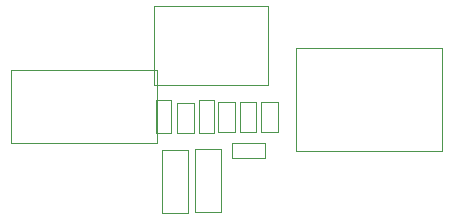
<source format=gbr>
G04 #@! TF.FileFunction,Other,User*
%FSLAX46Y46*%
G04 Gerber Fmt 4.6, Leading zero omitted, Abs format (unit mm)*
G04 Created by KiCad (PCBNEW 4.0.7) date 07/15/18 12:38:24*
%MOMM*%
%LPD*%
G01*
G04 APERTURE LIST*
%ADD10C,0.100000*%
%ADD11C,0.050000*%
G04 APERTURE END LIST*
D10*
D11*
X140736080Y-106011520D02*
X140736080Y-108811520D01*
X140736080Y-106011520D02*
X139436080Y-106011520D01*
X139436080Y-108811520D02*
X140736080Y-108811520D01*
X139436080Y-108811520D02*
X139436080Y-106011520D01*
X144414000Y-105970880D02*
X144414000Y-108770880D01*
X144414000Y-105970880D02*
X143114000Y-105970880D01*
X143114000Y-108770880D02*
X144414000Y-108770880D01*
X143114000Y-108770880D02*
X143114000Y-105970880D01*
X145856500Y-109629180D02*
X148656500Y-109629180D01*
X145856500Y-109629180D02*
X145856500Y-110929180D01*
X148656500Y-110929180D02*
X148656500Y-109629180D01*
X148656500Y-110929180D02*
X145856500Y-110929180D01*
X139936040Y-115512360D02*
X139936040Y-110212360D01*
X139936040Y-110212360D02*
X142136040Y-110212360D01*
X142136040Y-110212360D02*
X142136040Y-115512360D01*
X142136040Y-115512360D02*
X139936040Y-115512360D01*
X144960520Y-110171720D02*
X144960520Y-115471720D01*
X144960520Y-115471720D02*
X142760520Y-115471720D01*
X142760520Y-115471720D02*
X142760520Y-110171720D01*
X142760520Y-110171720D02*
X144960520Y-110171720D01*
X139544200Y-109620460D02*
X139544200Y-103470460D01*
X139544200Y-103470460D02*
X127194200Y-103470460D01*
X127194200Y-103470460D02*
X127194200Y-109620460D01*
X127194200Y-109620460D02*
X139544200Y-109620460D01*
X151316280Y-101618640D02*
X151316280Y-110268640D01*
X151316280Y-110268640D02*
X163666280Y-110268640D01*
X163666280Y-110268640D02*
X163666280Y-101618640D01*
X163666280Y-101618640D02*
X151316280Y-101618640D01*
X142655520Y-106242800D02*
X142655520Y-108742800D01*
X142655520Y-106242800D02*
X141255520Y-106242800D01*
X141255520Y-108742800D02*
X142655520Y-108742800D01*
X141255520Y-108742800D02*
X141255520Y-106242800D01*
X144750560Y-108661520D02*
X144750560Y-106161520D01*
X144750560Y-108661520D02*
X146150560Y-108661520D01*
X146150560Y-106161520D02*
X144750560Y-106161520D01*
X146150560Y-106161520D02*
X146150560Y-108661520D01*
X146559040Y-108681840D02*
X146559040Y-106181840D01*
X146559040Y-108681840D02*
X147959040Y-108681840D01*
X147959040Y-106181840D02*
X146559040Y-106181840D01*
X147959040Y-106181840D02*
X147959040Y-108681840D01*
X149767520Y-106161520D02*
X149767520Y-108661520D01*
X149767520Y-106161520D02*
X148367520Y-106161520D01*
X148367520Y-108661520D02*
X149767520Y-108661520D01*
X148367520Y-108661520D02*
X148367520Y-106161520D01*
X139264200Y-97996000D02*
X139264200Y-104696000D01*
X148924200Y-97996000D02*
X148924200Y-104696000D01*
X139264200Y-97996000D02*
X148924200Y-97996000D01*
X139264200Y-104696000D02*
X148924200Y-104696000D01*
M02*

</source>
